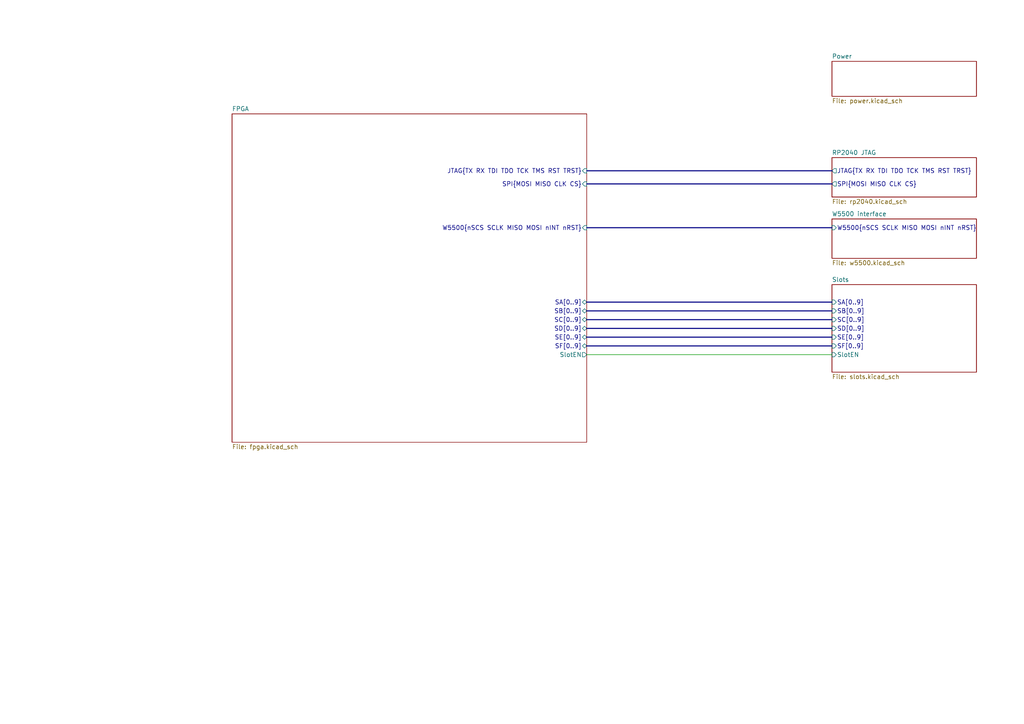
<source format=kicad_sch>
(kicad_sch
	(version 20231120)
	(generator "eeschema")
	(generator_version "8.0")
	(uuid "41b9ee15-835e-4b63-93e8-ca4d10e95680")
	(paper "A4")
	(lib_symbols)
	(bus
		(pts
			(xy 170.18 90.17) (xy 241.3 90.17)
		)
		(stroke
			(width 0)
			(type default)
		)
		(uuid "11a56df2-7601-4625-85ba-6d29c50f52fb")
	)
	(bus
		(pts
			(xy 170.18 66.04) (xy 241.3 66.04)
		)
		(stroke
			(width 0)
			(type default)
		)
		(uuid "20bc6441-e0e3-4ce7-b6f5-4e0a9a1ea097")
	)
	(bus
		(pts
			(xy 170.18 92.71) (xy 241.3 92.71)
		)
		(stroke
			(width 0)
			(type default)
		)
		(uuid "465bc143-776f-42e5-b565-c4393c6155f1")
	)
	(bus
		(pts
			(xy 170.18 49.53) (xy 241.3 49.53)
		)
		(stroke
			(width 0)
			(type default)
		)
		(uuid "4f69f2ef-7f6d-45d9-b569-88526fffe961")
	)
	(wire
		(pts
			(xy 170.18 102.87) (xy 241.3 102.87)
		)
		(stroke
			(width 0)
			(type default)
		)
		(uuid "516aea2e-caf6-4102-806a-68c5d5ad2bb4")
	)
	(bus
		(pts
			(xy 170.18 97.79) (xy 241.3 97.79)
		)
		(stroke
			(width 0)
			(type default)
		)
		(uuid "553e5622-d71b-4238-bea4-b7bbe19a79a9")
	)
	(bus
		(pts
			(xy 170.18 87.63) (xy 241.3 87.63)
		)
		(stroke
			(width 0)
			(type default)
		)
		(uuid "84f073e8-b50d-46ef-adc0-c75931b3a8b1")
	)
	(bus
		(pts
			(xy 170.18 53.34) (xy 241.3 53.34)
		)
		(stroke
			(width 0)
			(type default)
		)
		(uuid "99e31cd4-3803-45be-89ec-b6b7cac73dcd")
	)
	(bus
		(pts
			(xy 170.18 100.33) (xy 241.3 100.33)
		)
		(stroke
			(width 0)
			(type default)
		)
		(uuid "c2563c7f-e746-470b-be31-85db325bca6a")
	)
	(bus
		(pts
			(xy 170.18 95.25) (xy 241.3 95.25)
		)
		(stroke
			(width 0)
			(type default)
		)
		(uuid "d737b1be-9d24-4133-9372-9fffd155ad47")
	)
	(sheet
		(at 67.31 33.02)
		(size 102.87 95.25)
		(fields_autoplaced yes)
		(stroke
			(width 0.1524)
			(type solid)
		)
		(fill
			(color 0 0 0 0.0000)
		)
		(uuid "0f99be73-1872-4e61-837d-7059db5ce2e1")
		(property "Sheetname" "FPGA"
			(at 67.31 32.3084 0)
			(effects
				(font
					(size 1.27 1.27)
				)
				(justify left bottom)
			)
		)
		(property "Sheetfile" "fpga.kicad_sch"
			(at 67.31 128.8546 0)
			(effects
				(font
					(size 1.27 1.27)
				)
				(justify left top)
			)
		)
		(pin "JTAG{TX RX TDI TDO TCK TMS RST TRST}" input
			(at 170.18 49.53 0)
			(effects
				(font
					(size 1.27 1.27)
				)
				(justify right)
			)
			(uuid "94f492aa-45e3-4172-9e0e-2ba6599d5330")
		)
		(pin "SA[0..9]" bidirectional
			(at 170.18 87.63 0)
			(effects
				(font
					(size 1.27 1.27)
				)
				(justify right)
			)
			(uuid "d0b61def-405b-4789-853c-a3109bcce562")
		)
		(pin "SF[0..9]" bidirectional
			(at 170.18 100.33 0)
			(effects
				(font
					(size 1.27 1.27)
				)
				(justify right)
			)
			(uuid "d5655317-5072-4b22-8ca8-5ac11dfd8e74")
		)
		(pin "SB[0..9]" bidirectional
			(at 170.18 90.17 0)
			(effects
				(font
					(size 1.27 1.27)
				)
				(justify right)
			)
			(uuid "7ef11075-6893-4e23-879e-160330b9bd98")
		)
		(pin "SE[0..9]" bidirectional
			(at 170.18 97.79 0)
			(effects
				(font
					(size 1.27 1.27)
				)
				(justify right)
			)
			(uuid "8b7a6518-4fd2-45a3-a0b0-fa737ab7533b")
		)
		(pin "SC[0..9]" bidirectional
			(at 170.18 92.71 0)
			(effects
				(font
					(size 1.27 1.27)
				)
				(justify right)
			)
			(uuid "edf5f171-293b-418f-ad51-ac4a9c83fa84")
		)
		(pin "SD[0..9]" bidirectional
			(at 170.18 95.25 0)
			(effects
				(font
					(size 1.27 1.27)
				)
				(justify right)
			)
			(uuid "2d6253ad-84bc-498e-9770-d3cc3bc8ed84")
		)
		(pin "W5500{nSCS SCLK MISO MOSI nINT nRST}" input
			(at 170.18 66.04 0)
			(effects
				(font
					(size 1.27 1.27)
				)
				(justify right)
			)
			(uuid "465803bb-047e-4776-95f5-82a4d8b18760")
		)
		(pin "SPI{MOSI MISO CLK CS}" input
			(at 170.18 53.34 0)
			(effects
				(font
					(size 1.27 1.27)
				)
				(justify right)
			)
			(uuid "ca885849-4b24-4563-ba9d-cf34ef9ce64a")
		)
		(pin "SlotEN" output
			(at 170.18 102.87 0)
			(effects
				(font
					(size 1.27 1.27)
				)
				(justify right)
			)
			(uuid "4406fe3a-8198-4cd5-9b43-ecc9432f4e84")
		)
		(instances
			(project "rioctrl-hw"
				(path "/41b9ee15-835e-4b63-93e8-ca4d10e95680"
					(page "5")
				)
			)
		)
	)
	(sheet
		(at 241.3 45.72)
		(size 41.91 11.43)
		(fields_autoplaced yes)
		(stroke
			(width 0.1524)
			(type solid)
		)
		(fill
			(color 0 0 0 0.0000)
		)
		(uuid "12b05685-a2b2-4916-902f-35688b6b31cb")
		(property "Sheetname" "RP2040 JTAG"
			(at 241.3 45.0084 0)
			(effects
				(font
					(size 1.27 1.27)
				)
				(justify left bottom)
			)
		)
		(property "Sheetfile" "rp2040.kicad_sch"
			(at 241.3 57.7346 0)
			(effects
				(font
					(size 1.27 1.27)
				)
				(justify left top)
			)
		)
		(pin "JTAG{TX RX TDI TDO TCK TMS RST TRST}" output
			(at 241.3 49.53 180)
			(effects
				(font
					(size 1.27 1.27)
				)
				(justify left)
			)
			(uuid "6905575c-f6fc-4a64-985b-2cc523ce140e")
		)
		(pin "SPI{MOSI MISO CLK CS}" output
			(at 241.3 53.34 180)
			(effects
				(font
					(size 1.27 1.27)
				)
				(justify left)
			)
			(uuid "dda50d9b-7cb7-41e3-a4fc-121a80e2a9e6")
		)
		(instances
			(project "rioctrl-hw"
				(path "/41b9ee15-835e-4b63-93e8-ca4d10e95680"
					(page "3")
				)
			)
		)
	)
	(sheet
		(at 241.3 17.78)
		(size 41.91 10.16)
		(fields_autoplaced yes)
		(stroke
			(width 0.1524)
			(type solid)
		)
		(fill
			(color 0 0 0 0.0000)
		)
		(uuid "498ea836-4171-4657-b97e-228689557fd4")
		(property "Sheetname" "Power"
			(at 241.3 17.0684 0)
			(effects
				(font
					(size 1.27 1.27)
				)
				(justify left bottom)
			)
		)
		(property "Sheetfile" "power.kicad_sch"
			(at 241.3 28.5246 0)
			(effects
				(font
					(size 1.27 1.27)
				)
				(justify left top)
			)
		)
		(property "Field2" ""
			(at 241.3 17.78 0)
			(effects
				(font
					(size 1.27 1.27)
				)
				(hide yes)
			)
		)
		(instances
			(project "rioctrl-hw"
				(path "/41b9ee15-835e-4b63-93e8-ca4d10e95680"
					(page "2")
				)
			)
		)
	)
	(sheet
		(at 241.3 63.5)
		(size 41.91 11.43)
		(fields_autoplaced yes)
		(stroke
			(width 0.1524)
			(type solid)
		)
		(fill
			(color 0 0 0 0.0000)
		)
		(uuid "c39c2aa2-a206-48a8-97cd-a37d73ce1ca0")
		(property "Sheetname" "W5500 interface"
			(at 241.3 62.7884 0)
			(effects
				(font
					(size 1.27 1.27)
				)
				(justify left bottom)
			)
		)
		(property "Sheetfile" "w5500.kicad_sch"
			(at 241.3 75.5146 0)
			(effects
				(font
					(size 1.27 1.27)
				)
				(justify left top)
			)
		)
		(pin "W5500{nSCS SCLK MISO MOSI nINT nRST}" input
			(at 241.3 66.04 180)
			(effects
				(font
					(size 1.27 1.27)
				)
				(justify left)
			)
			(uuid "d71cadd1-a9a8-4572-9f1f-e3e58d09369d")
		)
		(instances
			(project "rioctrl-hw"
				(path "/41b9ee15-835e-4b63-93e8-ca4d10e95680"
					(page "4")
				)
			)
		)
	)
	(sheet
		(at 241.3 82.55)
		(size 41.91 25.4)
		(fields_autoplaced yes)
		(stroke
			(width 0.1524)
			(type solid)
		)
		(fill
			(color 0 0 0 0.0000)
		)
		(uuid "ec062b7e-ddb2-4172-ba6c-49e5bb092567")
		(property "Sheetname" "Slots"
			(at 241.3 81.8384 0)
			(effects
				(font
					(size 1.27 1.27)
				)
				(justify left bottom)
			)
		)
		(property "Sheetfile" "slots.kicad_sch"
			(at 241.3 108.5346 0)
			(effects
				(font
					(size 1.27 1.27)
				)
				(justify left top)
			)
		)
		(pin "SA[0..9]" input
			(at 241.3 87.63 180)
			(effects
				(font
					(size 1.27 1.27)
				)
				(justify left)
			)
			(uuid "75407da0-7df2-4285-bce4-be25942b60f3")
		)
		(pin "SB[0..9]" input
			(at 241.3 90.17 180)
			(effects
				(font
					(size 1.27 1.27)
				)
				(justify left)
			)
			(uuid "b9804b05-e506-4eff-8ed5-19e24f1b10b0")
		)
		(pin "SC[0..9]" input
			(at 241.3 92.71 180)
			(effects
				(font
					(size 1.27 1.27)
				)
				(justify left)
			)
			(uuid "c23c8197-b3ee-469b-9eec-6b557ca4845d")
		)
		(pin "SD[0..9]" input
			(at 241.3 95.25 180)
			(effects
				(font
					(size 1.27 1.27)
				)
				(justify left)
			)
			(uuid "a5071b35-659c-46d9-a780-8607d622fb46")
		)
		(pin "SE[0..9]" input
			(at 241.3 97.79 180)
			(effects
				(font
					(size 1.27 1.27)
				)
				(justify left)
			)
			(uuid "f2a49070-d7a7-41ca-a104-46cabcf63271")
		)
		(pin "SF[0..9]" input
			(at 241.3 100.33 180)
			(effects
				(font
					(size 1.27 1.27)
				)
				(justify left)
			)
			(uuid "74c4c45a-433b-40d0-a1ea-6f4e3b2a6c50")
		)
		(pin "SlotEN" input
			(at 241.3 102.87 180)
			(effects
				(font
					(size 1.27 1.27)
				)
				(justify left)
			)
			(uuid "fd7916cb-c347-4126-8396-a54ffb66c20e")
		)
		(instances
			(project "rioctrl-hw"
				(path "/41b9ee15-835e-4b63-93e8-ca4d10e95680"
					(page "6")
				)
			)
		)
	)
	(sheet_instances
		(path "/"
			(page "1")
		)
	)
)

</source>
